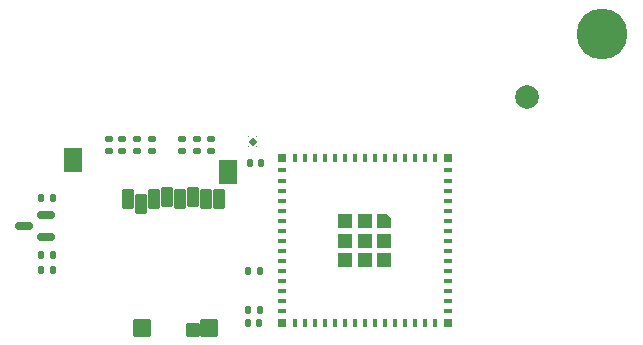
<source format=gts>
G04 #@! TF.GenerationSoftware,KiCad,Pcbnew,9.0.2*
G04 #@! TF.CreationDate,2026-01-05T11:11:59+01:00*
G04 #@! TF.ProjectId,switch,73776974-6368-42e6-9b69-6361645f7063,rev?*
G04 #@! TF.SameCoordinates,Original*
G04 #@! TF.FileFunction,Soldermask,Top*
G04 #@! TF.FilePolarity,Negative*
%FSLAX46Y46*%
G04 Gerber Fmt 4.6, Leading zero omitted, Abs format (unit mm)*
G04 Created by KiCad (PCBNEW 9.0.2) date 2026-01-05 11:11:59*
%MOMM*%
%LPD*%
G01*
G04 APERTURE LIST*
G04 Aperture macros list*
%AMRoundRect*
0 Rectangle with rounded corners*
0 $1 Rounding radius*
0 $2 $3 $4 $5 $6 $7 $8 $9 X,Y pos of 4 corners*
0 Add a 4 corners polygon primitive as box body*
4,1,4,$2,$3,$4,$5,$6,$7,$8,$9,$2,$3,0*
0 Add four circle primitives for the rounded corners*
1,1,$1+$1,$2,$3*
1,1,$1+$1,$4,$5*
1,1,$1+$1,$6,$7*
1,1,$1+$1,$8,$9*
0 Add four rect primitives between the rounded corners*
20,1,$1+$1,$2,$3,$4,$5,0*
20,1,$1+$1,$4,$5,$6,$7,0*
20,1,$1+$1,$6,$7,$8,$9,0*
20,1,$1+$1,$8,$9,$2,$3,0*%
%AMRotRect*
0 Rectangle, with rotation*
0 The origin of the aperture is its center*
0 $1 length*
0 $2 width*
0 $3 Rotation angle, in degrees counterclockwise*
0 Add horizontal line*
21,1,$1,$2,0,0,$3*%
%AMOutline5P*
0 Free polygon, 5 corners , with rotation*
0 The origin of the aperture is its center*
0 number of corners: always 5*
0 $1 to $10 corner X, Y*
0 $11 Rotation angle, in degrees counterclockwise*
0 create outline with 5 corners*
4,1,5,$1,$2,$3,$4,$5,$6,$7,$8,$9,$10,$1,$2,$11*%
%AMOutline6P*
0 Free polygon, 6 corners , with rotation*
0 The origin of the aperture is its center*
0 number of corners: always 6*
0 $1 to $12 corner X, Y*
0 $13 Rotation angle, in degrees counterclockwise*
0 create outline with 6 corners*
4,1,6,$1,$2,$3,$4,$5,$6,$7,$8,$9,$10,$11,$12,$1,$2,$13*%
%AMOutline7P*
0 Free polygon, 7 corners , with rotation*
0 The origin of the aperture is its center*
0 number of corners: always 7*
0 $1 to $14 corner X, Y*
0 $15 Rotation angle, in degrees counterclockwise*
0 create outline with 7 corners*
4,1,7,$1,$2,$3,$4,$5,$6,$7,$8,$9,$10,$11,$12,$13,$14,$1,$2,$15*%
%AMOutline8P*
0 Free polygon, 8 corners , with rotation*
0 The origin of the aperture is its center*
0 number of corners: always 8*
0 $1 to $16 corner X, Y*
0 $17 Rotation angle, in degrees counterclockwise*
0 create outline with 8 corners*
4,1,8,$1,$2,$3,$4,$5,$6,$7,$8,$9,$10,$11,$12,$13,$14,$15,$16,$1,$2,$17*%
G04 Aperture macros list end*
%ADD10R,0.050800X0.050800*%
%ADD11RotRect,0.482600X0.482600X135.000000*%
%ADD12R,0.400000X0.800000*%
%ADD13R,0.800000X0.400000*%
%ADD14Outline5P,-0.600000X0.204000X-0.204000X0.600000X0.600000X0.600000X0.600000X-0.600000X-0.600000X-0.600000X270.000000*%
%ADD15R,1.200000X1.200000*%
%ADD16R,0.800000X0.800000*%
%ADD17C,4.300000*%
%ADD18C,2.000000*%
%ADD19RoundRect,0.140000X-0.140000X-0.170000X0.140000X-0.170000X0.140000X0.170000X-0.140000X0.170000X0*%
%ADD20RoundRect,0.135000X-0.135000X-0.185000X0.135000X-0.185000X0.135000X0.185000X-0.135000X0.185000X0*%
%ADD21RoundRect,0.150000X0.587500X0.150000X-0.587500X0.150000X-0.587500X-0.150000X0.587500X-0.150000X0*%
%ADD22RoundRect,0.135000X-0.185000X0.135000X-0.185000X-0.135000X0.185000X-0.135000X0.185000X0.135000X0*%
%ADD23RoundRect,0.135000X0.135000X0.185000X-0.135000X0.185000X-0.135000X-0.185000X0.135000X-0.185000X0*%
%ADD24RoundRect,0.076200X-0.400000X0.750000X-0.400000X-0.750000X0.400000X-0.750000X0.400000X0.750000X0*%
%ADD25RoundRect,0.076200X-0.650000X-0.700000X0.650000X-0.700000X0.650000X0.700000X-0.650000X0.700000X0*%
%ADD26RoundRect,0.076200X-0.700000X0.950000X-0.700000X-0.950000X0.700000X-0.950000X0.700000X0.950000X0*%
%ADD27RoundRect,0.076200X0.475000X-0.500000X0.475000X0.500000X-0.475000X0.500000X-0.475000X-0.500000X0*%
G04 APERTURE END LIST*
D10*
G04 #@! TO.C,U3*
X160634799Y-119301999D03*
X161284801Y-119301999D03*
X161284801Y-118442001D03*
X160634799Y-118442001D03*
D11*
X160959800Y-118872000D03*
G04 #@! TD*
D12*
G04 #@! TO.C,U2*
X176374000Y-120254000D03*
X175524000Y-120254000D03*
X174674000Y-120254000D03*
X173824000Y-120254000D03*
X172974000Y-120254000D03*
X172124000Y-120254000D03*
X171274000Y-120254000D03*
X170424000Y-120254000D03*
X169574000Y-120254000D03*
X168724000Y-120254000D03*
X167874000Y-120254000D03*
X167024000Y-120254000D03*
X166174000Y-120254000D03*
X165324000Y-120254000D03*
X164474000Y-120254000D03*
D13*
X163424000Y-121304000D03*
X163424000Y-122154000D03*
X163424000Y-123004000D03*
X163424000Y-123854000D03*
X163424000Y-124704000D03*
X163424000Y-125554000D03*
X163424000Y-126404000D03*
X163424000Y-127254000D03*
X163424000Y-128104000D03*
X163424000Y-128954000D03*
X163424000Y-129804000D03*
X163424000Y-130654000D03*
X163424000Y-131504000D03*
X163424000Y-132354000D03*
X163424000Y-133204000D03*
D12*
X164474000Y-134254000D03*
X165324000Y-134254000D03*
X166174000Y-134254000D03*
X167024000Y-134254000D03*
X167874000Y-134254000D03*
X168724000Y-134254000D03*
X169574000Y-134254000D03*
X170424000Y-134254000D03*
X171274000Y-134254000D03*
X172124000Y-134254000D03*
X172974000Y-134254000D03*
X173824000Y-134254000D03*
X174674000Y-134254000D03*
X175524000Y-134254000D03*
X176374000Y-134254000D03*
D13*
X177424000Y-133204000D03*
X177424000Y-132354000D03*
X177424000Y-131504000D03*
X177424000Y-130654000D03*
X177424000Y-129804000D03*
X177424000Y-128954000D03*
X177424000Y-128104000D03*
X177424000Y-127254000D03*
X177424000Y-126404000D03*
X177424000Y-125554000D03*
X177424000Y-124704000D03*
X177424000Y-123854000D03*
X177424000Y-123004000D03*
X177424000Y-122154000D03*
X177424000Y-121304000D03*
D14*
X172074000Y-125604000D03*
D15*
X170424000Y-125604000D03*
X168774000Y-125604000D03*
X172074000Y-127254000D03*
X170424000Y-127254000D03*
X168774000Y-127254000D03*
X172074000Y-128904000D03*
X170424000Y-128904000D03*
X168774000Y-128904000D03*
D16*
X177424000Y-120254000D03*
X163424000Y-120254000D03*
X163424000Y-134254000D03*
X177424000Y-134254000D03*
G04 #@! TD*
D17*
G04 #@! TO.C,H1*
X190500000Y-109728000D03*
G04 #@! TD*
D18*
G04 #@! TO.C,TP6*
X184150000Y-115062000D03*
G04 #@! TD*
D19*
G04 #@! TO.C,C4*
X160530600Y-134188200D03*
X161490600Y-134188200D03*
G04 #@! TD*
D20*
G04 #@! TO.C,R10*
X143027700Y-128422400D03*
X144047700Y-128422400D03*
G04 #@! TD*
D21*
G04 #@! TO.C,Q1*
X143431500Y-126934000D03*
X143431500Y-125034000D03*
X141556500Y-125984000D03*
G04 #@! TD*
D22*
G04 #@! TO.C,R2*
X151130000Y-118616000D03*
X151130000Y-119636000D03*
G04 #@! TD*
G04 #@! TO.C,R7*
X157378400Y-118616000D03*
X157378400Y-119636000D03*
G04 #@! TD*
D19*
G04 #@! TO.C,C2*
X160657600Y-120650000D03*
X161617600Y-120650000D03*
G04 #@! TD*
D22*
G04 #@! TO.C,R11*
X148742400Y-118616000D03*
X148742400Y-119636000D03*
G04 #@! TD*
D19*
G04 #@! TO.C,C3*
X160556000Y-129794000D03*
X161516000Y-129794000D03*
G04 #@! TD*
D22*
G04 #@! TO.C,R3*
X152400000Y-118616000D03*
X152400000Y-119636000D03*
G04 #@! TD*
D20*
G04 #@! TO.C,R12*
X160526000Y-133096000D03*
X161546000Y-133096000D03*
G04 #@! TD*
D23*
G04 #@! TO.C,R9*
X144047700Y-123596400D03*
X143027700Y-123596400D03*
G04 #@! TD*
D22*
G04 #@! TO.C,R4*
X154940000Y-118616000D03*
X154940000Y-119636000D03*
G04 #@! TD*
D24*
G04 #@! TO.C,J1*
X150360200Y-123746400D03*
X151460200Y-124146400D03*
X152560200Y-123746400D03*
X153660200Y-123546400D03*
X154760200Y-123746400D03*
X155860200Y-123546400D03*
X156960200Y-123746400D03*
X158060200Y-123746400D03*
D25*
X157250200Y-134606400D03*
X151550200Y-134606400D03*
D26*
X158850200Y-121456400D03*
X145700200Y-120456400D03*
D27*
X155860200Y-134806400D03*
G04 #@! TD*
D22*
G04 #@! TO.C,R6*
X149860000Y-118616000D03*
X149860000Y-119636000D03*
G04 #@! TD*
G04 #@! TO.C,R5*
X156210000Y-118616000D03*
X156210000Y-119636000D03*
G04 #@! TD*
D23*
G04 #@! TO.C,R8*
X144047700Y-129692400D03*
X143027700Y-129692400D03*
G04 #@! TD*
M02*

</source>
